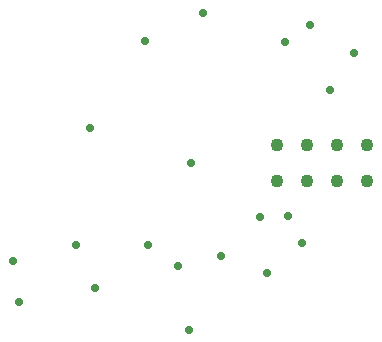
<source format=gbr>
G04 Layer_Color=0*
%FSLAX45Y45*%
%MOMM*%
%TF.FileFunction,Plated,1,2,PTH,Drill*%
%TF.Part,Single*%
G01*
G75*
%TA.AperFunction,ComponentDrill*%
%ADD36C,1.09000*%
%TA.AperFunction,ViaDrill,NotFilled*%
%ADD39C,0.71120*%
D36*
X-50800Y965200D02*
D03*
X203200D02*
D03*
X457200D02*
D03*
X711200D02*
D03*
X-50800Y660400D02*
D03*
X203200D02*
D03*
X457200D02*
D03*
X711200D02*
D03*
D39*
X-1586088Y-247792D02*
D03*
X-789940Y-601980D02*
D03*
X48260Y360680D02*
D03*
X15240Y1831340D02*
D03*
X-1747520Y111760D02*
D03*
X601980Y1737360D02*
D03*
X-889000Y-60960D02*
D03*
X-675645Y2082795D02*
D03*
X-1635760Y1102360D02*
D03*
X-523240Y25400D02*
D03*
X398780Y1424940D02*
D03*
X228600Y1981200D02*
D03*
X-777240Y807720D02*
D03*
X-2235200Y-370840D02*
D03*
X-1165860Y1844040D02*
D03*
X-193040Y355600D02*
D03*
X165100Y134620D02*
D03*
X-1143000Y116840D02*
D03*
X-2280920Y-22860D02*
D03*
X-134620Y-121920D02*
D03*
%TF.MD5,c357f0f8d59146a4ead80441c2f60817*%
M02*

</source>
